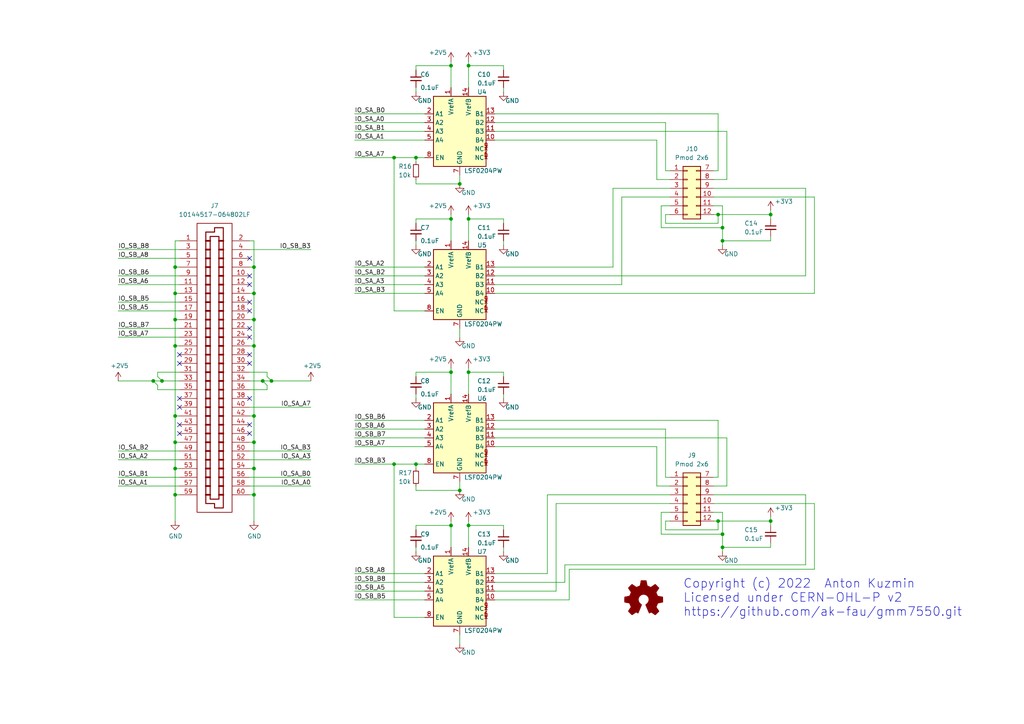
<source format=kicad_sch>
(kicad_sch (version 20211123) (generator eeschema)
  (paper "A4")
  (title_block (title "40-pin GPIO HAT adapter for GMM-7550") (date "2022-03-09") (rev "1.0"))
  (lib_symbols
    (symbol "Amphenol:10144517-061802LF" (pin_names (offset 0.762))
      (property "Reference" "J" (at -1.27 2.54 0))
      (property "Value" "10144517-061802LF" (at -2.54 0 0))
      (symbol "10144517-061802LF_0_0"
        (pin unspecified line (at -10.16 33.02 0) (length 5.08) (name "~") (number "1"))
        (pin unspecified line (at 10.16 22.86 180) (length 5.08) (name "~") (number "10"))
        (pin unspecified line (at -10.16 20.32 0) (length 5.08) (name "~") (number "11"))
        (pin unspecified line (at 10.16 20.32 180) (length 5.08) (name "~") (number "12"))
        (pin unspecified line (at -10.16 17.78 0) (length 5.08) (name "~") (number "13"))
        (pin unspecified line (at 10.16 17.78 180) (length 5.08) (name "~") (number "14"))
        (pin unspecified line (at -10.16 15.24 0) (length 5.08) (name "~") (number "15"))
        (pin unspecified line (at 10.16 15.24 180) (length 5.08) (name "~") (number "16"))
        (pin unspecified line (at -10.16 12.7 0) (length 5.08) (name "~") (number "17"))
        (pin unspecified line (at 10.16 12.7 180) (length 5.08) (name "~") (number "18"))
        (pin unspecified line (at -10.16 10.16 0) (length 5.08) (name "~") (number "19"))
        (pin unspecified line (at 10.16 33.02 180) (length 5.08) (name "~") (number "2"))
        (pin unspecified line (at 10.16 10.16 180) (length 5.08) (name "~") (number "20"))
        (pin unspecified line (at -10.16 7.62 0) (length 5.08) (name "~") (number "21"))
        (pin unspecified line (at 10.16 7.62 180) (length 5.08) (name "~") (number "22"))
        (pin unspecified line (at -10.16 5.08 0) (length 5.08) (name "~") (number "23"))
        (pin unspecified line (at 10.16 5.08 180) (length 5.08) (name "~") (number "24"))
        (pin unspecified line (at -10.16 2.54 0) (length 5.08) (name "~") (number "25"))
        (pin unspecified line (at 10.16 2.54 180) (length 5.08) (name "~") (number "26"))
        (pin unspecified line (at -10.16 0 0) (length 5.08) (name "~") (number "27"))
        (pin unspecified line (at 10.16 0 180) (length 5.08) (name "~") (number "28"))
        (pin unspecified line (at -10.16 -2.54 0) (length 5.08) (name "~") (number "29"))
        (pin unspecified line (at -10.16 30.48 0) (length 5.08) (name "~") (number "3"))
        (pin unspecified line (at 10.16 -2.54 180) (length 5.08) (name "~") (number "30"))
        (pin unspecified line (at -10.16 -5.08 0) (length 5.08) (name "~") (number "31"))
        (pin unspecified line (at 10.16 -5.08 180) (length 5.08) (name "~") (number "32"))
        (pin unspecified line (at -10.16 -7.62 0) (length 5.08) (name "~") (number "33"))
        (pin unspecified line (at 10.16 -7.62 180) (length 5.08) (name "~") (number "34"))
        (pin unspecified line (at -10.16 -10.16 0) (length 5.08) (name "~") (number "35"))
        (pin unspecified line (at 10.16 -10.16 180) (length 5.08) (name "~") (number "36"))
        (pin unspecified line (at -10.16 -12.7 0) (length 5.08) (name "~") (number "37"))
        (pin unspecified line (at 10.16 -12.7 180) (length 5.08) (name "~") (number "38"))
        (pin unspecified line (at -10.16 -15.24 0) (length 5.08) (name "~") (number "39"))
        (pin unspecified line (at 10.16 30.48 180) (length 5.08) (name "~") (number "4"))
        (pin unspecified line (at 10.16 -15.24 180) (length 5.08) (name "~") (number "40"))
        (pin unspecified line (at -10.16 -17.78 0) (length 5.08) (name "~") (number "41"))
        (pin unspecified line (at 10.16 -17.78 180) (length 5.08) (name "~") (number "42"))
        (pin unspecified line (at -10.16 -20.32 0) (length 5.08) (name "~") (number "43"))
        (pin unspecified line (at 10.16 -20.32 180) (length 5.08) (name "~") (number "44"))
        (pin unspecified line (at -10.16 -22.86 0) (length 5.08) (name "~") (number "45"))
        (pin unspecified line (at 10.16 -22.86 180) (length 5.08) (name "~") (number "46"))
        (pin unspecified line (at -10.16 -25.4 0) (length 5.08) (name "~") (number "47"))
        (pin unspecified line (at 10.16 -25.4 180) (length 5.08) (name "~") (number "48"))
        (pin unspecified line (at -10.16 -27.94 0) (length 5.08) (name "~") (number "49"))
        (pin unspecified line (at -10.16 27.94 0) (length 5.08) (name "~") (number "5"))
        (pin unspecified line (at 10.16 -27.94 180) (length 5.08) (name "~") (number "50"))
        (pin unspecified line (at -10.16 -30.48 0) (length 5.08) (name "~") (number "51"))
        (pin unspecified line (at 10.16 -30.48 180) (length 5.08) (name "~") (number "52"))
        (pin unspecified line (at -10.16 -33.02 0) (length 5.08) (name "~") (number "53"))
        (pin unspecified line (at 10.16 -33.02 180) (length 5.08) (name "~") (number "54"))
        (pin unspecified line (at -10.16 -35.56 0) (length 5.08) (name "~") (number "55"))
        (pin unspecified line (at 10.16 -35.56 180) (length 5.08) (name "~") (number "56"))
        (pin unspecified line (at -10.16 -38.1 0) (length 5.08) (name "~") (number "57"))
        (pin unspecified line (at 10.16 -38.1 180) (length 5.08) (name "~") (number "58"))
        (pin unspecified line (at -10.16 -40.64 0) (length 5.08) (name "~") (number "59"))
        (pin unspecified line (at 10.16 27.94 180) (length 5.08) (name "~") (number "6"))
        (pin unspecified line (at 10.16 -40.64 180) (length 5.08) (name "~") (number "60"))
        (pin unspecified line (at -10.16 25.4 0) (length 5.08) (name "~") (number "7"))
        (pin unspecified line (at 10.16 25.4 180) (length 5.08) (name "~") (number "8"))
        (pin unspecified line (at -10.16 22.86 0) (length 5.08) (name "~") (number "9"))
      )
      (symbol "10144517-061802LF_0_1"
        (rectangle (start -5.08 38.1) (end 5.08 -45.72) (stroke (width 0.2032)))
        (rectangle (start -1.27 34.29) (end 1.27 -41.91) (stroke (width 0.3048)))
        (polyline (pts (xy -2.54 10.16) (xy -1.27 10.16)) (stroke (width 0.508)))
        (polyline (pts (xy -2.54 12.7) (xy -1.27 12.7)) (stroke (width 0.508)))
        (polyline (pts (xy -2.54 15.24) (xy -1.27 15.24)) (stroke (width 0.508)))
        (polyline (pts (xy -2.54 17.78) (xy -1.27 17.78)) (stroke (width 0.508)))
        (polyline (pts (xy -2.54 20.32) (xy -1.27 20.32)) (stroke (width 0.508)))
        (polyline (pts (xy -2.54 22.86) (xy -1.27 22.86)) (stroke (width 0.508)))
        (polyline (pts (xy -2.54 25.4) (xy -1.27 25.4)) (stroke (width 0.508)))
        (polyline (pts (xy -2.54 27.94) (xy -1.27 27.94)) (stroke (width 0.508)))
        (polyline (pts (xy -2.54 30.48) (xy -1.27 30.48)) (stroke (width 0.508)))
        (polyline (pts (xy -2.54 33.02) (xy -1.27 33.02)) (stroke (width 0.508)))
        (polyline (pts (xy 1.27 10.16) (xy 2.54 10.16)) (stroke (width 0.508)))
        (polyline (pts (xy 1.27 12.7) (xy 2.54 12.7)) (stroke (width 0.508)))
        (polyline (pts (xy 1.27 15.24) (xy 2.54 15.24)) (stroke (width 0.508)))
        (polyline (pts (xy 1.27 17.78) (xy 2.54 17.78)) (stroke (width 0.508)))
        (polyline (pts (xy 1.27 20.32) (xy 2.54 20.32)) (stroke (width 0.508)))
        (polyline (pts (xy 1.27 22.86) (xy 2.54 22.86)) (stroke (width 0.508)))
        (polyline (pts (xy 1.27 25.4) (xy 2.54 25.4)) (stroke (width 0.508)))
        (polyline (pts (xy 1.27 27.94) (xy 2.54 27.94)) (stroke (width 0.508)))
        (polyline (pts (xy 1.27 30.48) (xy 2.54 30.48)) (stroke (width 0.508)))
        (polyline (pts (xy 1.27 33.02) (xy 2.54 33.02)) (stroke (width 0.508)))
        (polyline (pts (xy -2.54 35.56) (xy 0 35.56) (xy 0 36.83) (xy 2.54 36.83) (xy 2.54 -43.18) (xy 2.54 -44.45) (xy 0 -44.45) (xy 0 -43.18) (xy -2.54 -43.18) (xy -2.54 35.56)) (stroke (width 0.3048)))
      )
      (symbol "10144517-061802LF_1_1"
        (polyline (pts (xy -2.54 -40.64) (xy -1.27 -40.64)) (stroke (width 0.508)))
        (polyline (pts (xy -2.54 -38.1) (xy -1.27 -38.1)) (stroke (width 0.508)))
        (polyline (pts (xy -2.54 -35.56) (xy -1.27 -35.56)) (stroke (width 0.508)))
        (polyline (pts (xy -2.54 -33.02) (xy -1.27 -33.02)) (stroke (width 0.508)))
        (polyline (pts (xy -2.54 -30.48) (xy -1.27 -30.48)) (stroke (width 0.508)))
        (polyline (pts (xy -2.54 -27.94) (xy -1.27 -27.94)) (stroke (width 0.508)))
        (polyline (pts (xy -2.54 -25.4) (xy -1.27 -25.4)) (stroke (width 0.508)))
        (polyline (pts (xy -2.54 -22.86) (xy -1.27 -22.86)) (stroke (width 0.508)))
        (polyline (pts (xy -2.54 -20.32) (xy -1.27 -20.32)) (stroke (width 0.508)))
        (polyline (pts (xy -2.54 -17.78) (xy -1.27 -17.78)) (stroke (width 0.508)))
        (polyline (pts (xy -2.54 -15.24) (xy -1.27 -15.24)) (stroke (width 0.508)))
        (polyline (pts (xy -2.54 -12.7) (xy -1.27 -12.7)) (stroke (width 0.508)))
        (polyline (pts (xy -2.54 -10.16) (xy -1.27 -10.16)) (stroke (width 0.508)))
        (polyline (pts (xy -2.54 -7.62) (xy -1.27 -7.62)) (stroke (width 0.508)))
        (polyline (pts (xy -2.54 -5.08) (xy -1.27 -5.08)) (stroke (width 0.508)))
        (polyline (pts (xy -2.54 -2.54) (xy -1.27 -2.54)) (stroke (width 0.508)))
        (polyline (pts (xy -2.54 0) (xy -1.27 0)) (stroke (width 0.508)))
        (polyline (pts (xy -2.54 2.54) (xy -1.27 2.54)) (stroke (width 0.508)))
        (polyline (pts (xy -2.54 5.08) (xy -1.27 5.08)) (stroke (width 0.508)))
        (polyline (pts (xy -2.54 7.62) (xy -1.27 7.62)) (stroke (width 0.508)))
        (polyline (pts (xy 1.27 -40.64) (xy 2.54 -40.64)) (stroke (width 0.508)))
        (polyline (pts (xy 1.27 -38.1) (xy 2.54 -38.1)) (stroke (width 0.508)))
        (polyline (pts (xy 1.27 -35.56) (xy 2.54 -35.56)) (stroke (width 0.508)))
        (polyline (pts (xy 1.27 -33.02) (xy 2.54 -33.02)) (stroke (width 0.508)))
        (polyline (pts (xy 1.27 -30.48) (xy 2.54 -30.48)) (stroke (width 0.508)))
        (polyline (pts (xy 1.27 -27.94) (xy 2.54 -27.94)) (stroke (width 0.508)))
        (polyline (pts (xy 1.27 -25.4) (xy 2.54 -25.4)) (stroke (width 0.508)))
        (polyline (pts (xy 1.27 -22.86) (xy 2.54 -22.86)) (stroke (width 0.508)))
        (polyline (pts (xy 1.27 -20.32) (xy 2.54 -20.32)) (stroke (width 0.508)))
        (polyline (pts (xy 1.27 -17.78) (xy 2.54 -17.78)) (stroke (width 0.508)))
        (polyline (pts (xy 1.27 -15.24) (xy 2.54 -15.24)) (stroke (width 0.508)))
        (polyline (pts (xy 1.27 -12.7) (xy 2.54 -12.7)) (stroke (width 0.508)))
        (polyline (pts (xy 1.27 -10.16) (xy 2.54 -10.16)) (stroke (width 0.508)))
        (polyline (pts (xy 1.27 -7.62) (xy 2.54 -7.62)) (stroke (width 0.508)))
        (polyline (pts (xy 1.27 -5.08) (xy 2.54 -5.08)) (stroke (width 0.508)))
        (polyline (pts (xy 1.27 -2.54) (xy 2.54 -2.54)) (stroke (width 0.508)))
        (polyline (pts (xy 1.27 0) (xy 2.54 0)) (stroke (width 0.508)))
        (polyline (pts (xy 1.27 2.54) (xy 2.54 2.54)) (stroke (width 0.508)))
        (polyline (pts (xy 1.27 5.08) (xy 2.54 5.08)) (stroke (width 0.508)))
        (polyline (pts (xy 1.27 7.62) (xy 2.54 7.62)) (stroke (width 0.508)))
      )
    )
    (symbol "Connector_Generic:Conn_02x06_Top_Bottom" (pin_names (offset 1.016) hide)
      (property "Reference" "J" (at 1.27 7.62 0))
      (property "Value" "Conn_02x06_Top_Bottom" (at 1.27 -10.16 0))
      (symbol "Conn_02x06_Top_Bottom_1_1"
        (rectangle (start -1.27 -7.493) (end 0 -7.747) (stroke (width 0.1524)))
        (rectangle (start -1.27 -4.953) (end 0 -5.207) (stroke (width 0.1524)))
        (rectangle (start -1.27 -2.413) (end 0 -2.667) (stroke (width 0.1524)))
        (rectangle (start -1.27 0.127) (end 0 -0.127) (stroke (width 0.1524)))
        (rectangle (start -1.27 2.667) (end 0 2.413) (stroke (width 0.1524)))
        (rectangle (start -1.27 5.207) (end 0 4.953) (stroke (width 0.1524)))
        (rectangle (start -1.27 6.35) (end 3.81 -8.89) (stroke (width 0.254)) (fill (type background)))
        (rectangle (start 3.81 -7.493) (end 2.54 -7.747) (stroke (width 0.1524)))
        (rectangle (start 3.81 -4.953) (end 2.54 -5.207) (stroke (width 0.1524)))
        (rectangle (start 3.81 -2.413) (end 2.54 -2.667) (stroke (width 0.1524)))
        (rectangle (start 3.81 0.127) (end 2.54 -0.127) (stroke (width 0.1524)))
        (rectangle (start 3.81 2.667) (end 2.54 2.413) (stroke (width 0.1524)))
        (rectangle (start 3.81 5.207) (end 2.54 4.953) (stroke (width 0.1524)))
        (pin passive line (at -5.08 5.08 0) (length 3.81) (name "Pin_1") (number "1"))
        (pin passive line (at 7.62 -2.54 180) (length 3.81) (name "Pin_10") (number "10"))
        (pin passive line (at 7.62 -5.08 180) (length 3.81) (name "Pin_11") (number "11"))
        (pin passive line (at 7.62 -7.62 180) (length 3.81) (name "Pin_12") (number "12"))
        (pin passive line (at -5.08 2.54 0) (length 3.81) (name "Pin_2") (number "2"))
        (pin passive line (at -5.08 0 0) (length 3.81) (name "Pin_3") (number "3"))
        (pin passive line (at -5.08 -2.54 0) (length 3.81) (name "Pin_4") (number "4"))
        (pin passive line (at -5.08 -5.08 0) (length 3.81) (name "Pin_5") (number "5"))
        (pin passive line (at -5.08 -7.62 0) (length 3.81) (name "Pin_6") (number "6"))
        (pin passive line (at 7.62 5.08 180) (length 3.81) (name "Pin_7") (number "7"))
        (pin passive line (at 7.62 2.54 180) (length 3.81) (name "Pin_8") (number "8"))
        (pin passive line (at 7.62 0 180) (length 3.81) (name "Pin_9") (number "9"))
      )
    )
    (symbol "Device:C_Small" (pin_numbers hide) (pin_names (offset 0.254) hide)
      (property "Reference" "C" (at 0.254 1.778 0))
      (property "Value" "C_Small" (at 0.254 -2.032 0))
      (symbol "C_Small_0_1"
        (polyline (pts (xy -1.524 -0.508) (xy 1.524 -0.508)) (stroke (width 0.3302)))
        (polyline (pts (xy -1.524 0.508) (xy 1.524 0.508)) (stroke (width 0.3048)))
      )
      (symbol "C_Small_1_1"
        (pin passive line (at 0 2.54 270) (length 2.032) (name "~") (number "1"))
        (pin passive line (at 0 -2.54 90) (length 2.032) (name "~") (number "2"))
      )
    )
    (symbol "Device:R_Small" (pin_numbers hide) (pin_names (offset 0.254) hide)
      (property "Reference" "R" (at 0.762 0.508 0))
      (property "Value" "R_Small" (at 0.762 -1.016 0))
      (symbol "R_Small_0_1"
        (rectangle (start -0.762 1.778) (end 0.762 -1.778) (stroke (width 0.2032)))
      )
      (symbol "R_Small_1_1"
        (pin passive line (at 0 2.54 270) (length 0.762) (name "~") (number "1"))
        (pin passive line (at 0 -2.54 90) (length 0.762) (name "~") (number "2"))
      )
    )
    (symbol "Graphic:Logo_Open_Hardware_Small" (pin_names (offset 1.016))
      (symbol "Logo_Open_Hardware_Small_0_1"
        (polyline (pts (xy 3.3528 -4.3434) (xy 3.302 -4.318) (xy 3.175 -4.2418) (xy 2.9972 -4.1148) (xy 2.7686 -3.9624) (xy 2.54 -3.81) (xy 2.3622 -3.7084) (xy 2.2352 -3.6068) (xy 2.1844 -3.5814) (xy 2.159 -3.6068) (xy 2.0574 -3.6576) (xy 1.905 -3.7338) (xy 1.8034 -3.7846) (xy 1.6764 -3.8354) (xy 1.6002 -3.8354) (xy 1.6002 -3.8354) (xy 1.5494 -3.7338) (xy 1.4732 -3.5306) (xy 1.3462 -3.302) (xy 1.2446 -3.0226) (xy 1.1176 -2.7178) (xy 0.9652 -2.413) (xy 0.8636 -2.1082) (xy 0.7366 -1.8288) (xy 0.6604 -1.6256) (xy 0.6096 -1.4732) (xy 0.5842 -1.397) (xy 0.5842 -1.397) (xy 0.6604 -1.3208) (xy 0.7874 -1.2446) (xy 1.0414 -1.016) (xy 1.2954 -0.6858) (xy 1.4478 -0.3302) (xy 1.524 0.0762) (xy 1.4732 0.4572) (xy 1.3208 0.8128) (xy 1.0668 1.143) (xy 0.762 1.3716) (xy 0.4064 1.524) (xy 0 1.5748) (xy -0.381 1.5494) (xy -0.7366 1.397) (xy -1.0668 1.143) (xy -1.2192 0.9906) (xy -1.397 0.6604) (xy -1.524 0.3048) (xy -1.524 0.2286) (xy -1.4986 -0.1778) (xy -1.397 -0.5334) (xy -1.1938 -0.8636) (xy -0.9144 -1.143) (xy -0.8636 -1.1684) (xy -0.7366 -1.27) (xy -0.635 -1.3462) (xy -0.5842 -1.397) (xy -1.0668 -2.5908) (xy -1.143 -2.794) (xy -1.2954 -3.1242) (xy -1.397 -3.4036) (xy -1.4986 -3.6322) (xy -1.5748 -3.7846) (xy -1.6002 -3.8354) (xy -1.6002 -3.8354) (xy -1.651 -3.8354) (xy -1.7272 -3.81) (xy -1.905 -3.7338) (xy -2.0066 -3.683) (xy -2.1336 -3.6068) (xy -2.2098 -3.5814) (xy -2.2606 -3.6068) (xy -2.3622 -3.683) (xy -2.54 -3.81) (xy -2.7686 -3.9624) (xy -2.9718 -4.0894) (xy -3.1496 -4.2164) (xy -3.302 -4.318) (xy -3.3528 -4.3434) (xy -3.3782 -4.3434) (xy -3.429 -4.318) (xy -3.5306 -4.2164) (xy -3.7084 -4.064) (xy -3.937 -3.8354) (xy -3.9624 -3.81) (xy -4.1656 -3.6068) (xy -4.318 -3.4544) (xy -4.4196 -3.3274) (xy -4.445 -3.2766) (xy -4.445 -3.2766) (xy -4.4196 -3.2258) (xy -4.318 -3.0734) (xy -4.2164 -2.8956) (xy -4.064 -2.667) (xy -3.6576 -2.0828) (xy -3.8862 -1.5494) (xy -3.937 -1.3716) (xy -4.0386 -1.1684) (xy -4.0894 -1.0414) (xy -4.1148 -0.9652) (xy -4.191 -0.9398) (xy -4.318 -0.9144) (xy -4.5466 -0.8636) (xy -4.8006 -0.8128) (xy -5.0546 -0.7874) (xy -5.2578 -0.7366) (xy -5.4356 -0.7112) (xy -5.5118 -0.6858) (xy -5.5118 -0.6858) (xy -5.5372 -0.635) (xy -5.5372 -0.5588) (xy -5.5372 -0.4318) (xy -5.5626 -0.2286) (xy -5.5626 0.0762) (xy -5.5626 0.127) (xy -5.5372 0.4064) (xy -5.5372 0.635) (xy -5.5372 0.762) (xy -5.5372 0.8382) (xy -5.5372 0.8382) (xy -5.461 0.8382) (xy -5.3086 0.889) (xy -5.08 0.9144) (xy -4.826 0.9652) (xy -4.8006 0.9906) (xy -4.5466 1.0414) (xy -4.318 1.0668) (xy -4.1656 1.1176) (xy -4.0894 1.143) (xy -4.0894 1.143) (xy -4.0386 1.2446) (xy -3.9624 1.4224) (xy -3.8608 1.6256) (xy -3.7846 1.8288) (xy -3.7084 2.0066) (xy -3.6576 2.159) (xy -3.6322 2.2098) (xy -3.6322 2.2098) (xy -3.683 2.286) (xy -3.7592 2.413) (xy -3.8862 2.5908) (xy -4.064 2.8194) (xy -4.064 2.8448) (xy -4.2164 3.0734) (xy -4.3434 3.2512) (xy -4.4196 3.3782) (xy -4.445 3.4544) (xy -4.445 3.4544) (xy -4.3942 3.5052) (xy -4.2926 3.6322) (xy -4.1148 3.81) (xy -3.937 4.0132) (xy -3.8608 4.064) (xy -3.6576 4.2926) (xy -3.5052 4.4196) (xy -3.4036 4.4958) (xy -3.3528 4.5212) (xy -3.3528 4.5212) (xy -3.302 4.4704) (xy -3.1496 4.3688) (xy -2.9718 4.2418) (xy -2.7432 4.0894) (xy -2.7178 4.0894) (xy -2.4892 3.937) (xy -2.3114 3.81) (xy -2.1844 3.7084) (xy -2.1336 3.683) (xy -2.1082 3.683) (xy -2.032 3.7084) (xy -1.8542 3.7592) (xy -1.6764 3.8354) (xy -1.4732 3.937) (xy -1.27 4.0132) (xy -1.143 4.064) (xy -1.0668 4.1148) (xy -1.0668 4.1148) (xy -1.0414 4.191) (xy -1.016 4.3434) (xy -0.9652 4.572) (xy -0.9144 4.8514) (xy -0.889 4.9022) (xy -0.8382 5.1562) (xy -0.8128 5.3848) (xy -0.7874 5.5372) (xy -0.762 5.588) (xy -0.7112 5.6134) (xy -0.5842 5.6134) (xy -0.4064 5.6134) (xy -0.1524 5.6134) (xy 0.0762 5.6134) (xy 0.3302 5.6134) (xy 0.5334 5.6134) (xy 0.6858 5.588) (xy 0.7366 5.588) (xy 0.7366 5.588) (xy 0.762 5.5118) (xy 0.8128 5.334) (xy 0.8382 5.1054) (xy 0.9144 4.826) (xy 0.9144 4.7752) (xy 0.9652 4.5212) (xy 1.016 4.2926) (xy 1.0414 4.1402) (xy 1.0668 4.0894) (xy 1.0668 4.0894) (xy 1.1938 4.0386) (xy 1.3716 3.9624) (xy 1.5748 3.8608) (xy 2.0828 3.6576) (xy 2.7178 4.0894) (xy 2.7686 4.1402) (xy 2.9972 4.2926) (xy 3.175 4.4196) (xy 3.302 4.4958) (xy 3.3782 4.5212) (xy 3.3782 4.5212) (xy 3.429 4.4704) (xy 3.556 4.3434) (xy 3.7338 4.191) (xy 3.9116 3.9878) (xy 4.064 3.8354) (xy 4.2418 3.6576) (xy 4.3434 3.556) (xy 4.4196 3.4798) (xy 4.4196 3.429) (xy 4.4196 3.4036) (xy 4.3942 3.3274) (xy 4.2926 3.2004) (xy 4.1656 2.9972) (xy 4.0132 2.794) (xy 3.8862 2.5908) (xy 3.7592 2.3876) (xy 3.6576 2.2352) (xy 3.6322 2.159) (xy 3.6322 2.1336) (xy 3.683 2.0066) (xy 3.7592 1.8288) (xy 3.8608 1.6002) (xy 4.064 1.1176) (xy 4.3942 1.0414) (xy 4.5974 1.016) (xy 4.8768 0.9652) (xy 5.1308 0.9144) (xy 5.5372 0.8382) (xy 5.5626 -0.6604) (xy 5.4864 -0.6858) (xy 5.4356 -0.6858) (xy 5.2832 -0.7366) (xy 5.0546 -0.762) (xy 4.8006 -0.8128) (xy 4.5974 -0.8636) (xy 4.3688 -0.9144) (xy 4.2164 -0.9398) (xy 4.1402 -0.9398) (xy 4.1148 -0.9652) (xy 4.064 -1.0668) (xy 3.9878 -1.2446) (xy 3.9116 -1.4478) (xy 3.81 -1.651) (xy 3.7338 -1.8542) (xy 3.683 -2.0066) (xy 3.6576 -2.0828) (xy 3.683 -2.1336) (xy 3.7846 -2.2606) (xy 3.8862 -2.4638) (xy 4.0386 -2.667) (xy 4.191 -2.8956) (xy 4.318 -3.0734) (xy 4.3942 -3.2004) (xy 4.445 -3.2766) (xy 4.4196 -3.3274) (xy 4.3434 -3.429) (xy 4.1656 -3.5814) (xy 3.937 -3.8354) (xy 3.8862 -3.8608) (xy 3.683 -4.064) (xy 3.5306 -4.2164) (xy 3.4036 -4.318) (xy 3.3528 -4.3434)) (fill (type outline)))
      )
    )
    (symbol "hat-gmm7550:LSF0204PW"
      (property "Reference" "U" (at 0 0 0))
      (property "Value" "LSF0204PW" (at 0 0 0))
      (symbol "LSF0204PW_0_1"
        (rectangle (start -7.62 10.16) (end 7.62 -10.16) (stroke (width 0.254)) (fill (type background)))
      )
      (symbol "LSF0204PW_1_1"
        (pin power_in line (at -2.54 12.7 270) (length 2.54) (name "VrefA") (number "1"))
        (pin bidirectional line (at 10.16 -2.54 180) (length 2.54) (name "B4") (number "10"))
        (pin bidirectional line (at 10.16 0 180) (length 2.54) (name "B3") (number "11"))
        (pin bidirectional line (at 10.16 2.54 180) (length 2.54) (name "B2") (number "12"))
        (pin bidirectional line (at 10.16 5.08 180) (length 2.54) (name "B1") (number "13"))
        (pin bidirectional line (at 2.54 12.7 270) (length 2.54) (name "VrefB") (number "14"))
        (pin bidirectional line (at -10.16 5.08 0) (length 2.54) (name "A1") (number "2"))
        (pin bidirectional line (at -10.16 2.54 0) (length 2.54) (name "A2") (number "3"))
        (pin bidirectional line (at -10.16 0 0) (length 2.54) (name "A3") (number "4"))
        (pin bidirectional line (at -10.16 -2.54 0) (length 2.54) (name "A4") (number "5"))
        (pin no_connect line (at 7.62 -7.62 180) (length 0) (name "NC") (number "6"))
        (pin power_in line (at 0 -12.7 90) (length 2.54) (name "GND") (number "7"))
        (pin input line (at -10.16 -7.62 0) (length 2.54) (name "EN") (number "8"))
        (pin no_connect line (at 7.62 -5.08 180) (length 0) (name "NC") (number "9"))
      )
    )
    (symbol "power:+2V5" (power) (pin_names (offset 0))
      (property "Value" "+2V5" (at 0 3.556 0))
      (symbol "+2V5_0_1"
        (polyline (pts (xy -0.762 1.27) (xy 0 2.54)))
        (polyline (pts (xy 0 0) (xy 0 2.54)))
        (polyline (pts (xy 0 2.54) (xy 0.762 1.27)))
      )
      (symbol "+2V5_1_1"
        (pin power_in line (at 0 0 90) (length 0) hide (name "+2V5") (number "1"))
      )
    )
    (symbol "power:+3.3V" (power) (pin_names (offset 0))
      (property "Value" "+3.3V" (at 0 3.556 0))
      (symbol "+3.3V_0_1"
        (polyline (pts (xy -0.762 1.27) (xy 0 2.54)))
        (polyline (pts (xy 0 0) (xy 0 2.54)))
        (polyline (pts (xy 0 2.54) (xy 0.762 1.27)))
      )
      (symbol "+3.3V_1_1"
        (pin power_in line (at 0 0 90) (length 0) hide (name "+3V3") (number "1"))
      )
    )
    (symbol "power:GND" (power) (pin_names (offset 0))
      (property "Value" "GND" (at 0 -3.81 0))
      (symbol "GND_0_1"
        (polyline (pts (xy 0 0) (xy 0 -1.27) (xy 1.27 -1.27) (xy 0 -2.54) (xy -1.27 -1.27) (xy 0 -1.27)))
      )
      (symbol "GND_1_1"
        (pin power_in line (at 0 0 270) (length 0) hide (name "GND") (number "1"))
      )
    )
  )
  (junction (at 120.65 45.72))
  (junction (at 133.35 53.34))
  (junction (at 46.99 110.49))
  (junction (at 73.66 120.65))
  (junction (at 114.3 134.62))
  (junction (at 223.52 62.23))
  (junction (at 114.3 45.72))
  (junction (at 50.8 85.09))
  (junction (at 50.8 143.51))
  (junction (at 120.65 134.62))
  (junction (at 73.66 128.27))
  (junction (at 73.66 143.51))
  (junction (at 209.55 154.94))
  (junction (at 130.81 63.5))
  (junction (at 73.66 85.09))
  (junction (at 50.8 92.71))
  (junction (at 209.55 66.04))
  (junction (at 44.45 110.49))
  (junction (at 130.81 152.4))
  (junction (at 73.66 77.47))
  (junction (at 130.81 107.95))
  (junction (at 135.89 152.4))
  (junction (at 135.89 19.05))
  (junction (at 135.89 63.5))
  (junction (at 208.28 62.23))
  (junction (at 78.74 110.49))
  (junction (at 135.89 107.95))
  (junction (at 50.8 128.27))
  (junction (at 73.66 92.71))
  (junction (at 73.66 135.89))
  (junction (at 50.8 120.65))
  (junction (at 209.55 158.75))
  (junction (at 76.2 110.49))
  (junction (at 73.66 100.33))
  (junction (at 209.55 69.85))
  (junction (at 50.8 135.89))
  (junction (at 133.35 142.24))
  (junction (at 223.52 151.13))
  (junction (at 50.8 77.47))
  (junction (at 50.8 100.33))
  (junction (at 130.81 19.05))
  (junction (at 208.28 151.13))
  (no_connect (at 72.39 80.01))
  (no_connect (at 72.39 82.55))
  (no_connect (at 72.39 87.63))
  (no_connect (at 72.39 90.17))
  (no_connect (at 72.39 95.25))
  (no_connect (at 72.39 97.79))
  (no_connect (at 52.07 123.19))
  (no_connect (at 52.07 125.73))
  (no_connect (at 52.07 115.57))
  (no_connect (at 52.07 102.87))
  (no_connect (at 52.07 105.41))
  (no_connect (at 72.39 74.93))
  (no_connect (at 72.39 102.87))
  (no_connect (at 72.39 123.19))
  (no_connect (at 72.39 125.73))
  (no_connect (at 72.39 105.41))
  (no_connect (at 52.07 118.11))
  (no_connect (at 72.39 115.57))
  (wire (pts (xy 209.55 69.85) (xy 209.55 71.12)))
  (wire (pts (xy 50.8 143.51) (xy 50.8 151.13)))
  (wire (pts (xy 163.83 163.83) (xy 233.68 163.83)))
  (wire (pts (xy 208.28 151.13) (xy 223.52 151.13)))
  (wire (pts (xy 193.04 49.53) (xy 194.31 49.53)))
  (wire (pts (xy 208.28 49.53) (xy 207.01 49.53)))
  (wire (pts (xy 102.87 171.45) (xy 123.19 171.45)))
  (wire (pts (xy 73.66 85.09) (xy 73.66 92.71)))
  (wire (pts (xy 143.51 166.37) (xy 158.75 166.37)))
  (wire (pts (xy 143.51 168.91) (xy 163.83 168.91)))
  (wire (pts (xy 72.39 135.89) (xy 73.66 135.89)))
  (wire (pts (xy 72.39 143.51) (xy 73.66 143.51)))
  (wire (pts (xy 209.55 158.75) (xy 209.55 160.02)))
  (wire (pts (xy 143.51 35.56) (xy 193.04 35.56)))
  (wire (pts (xy 52.07 85.09) (xy 50.8 85.09)))
  (wire (pts (xy 102.87 121.92) (xy 123.19 121.92)))
  (wire (pts (xy 120.65 152.4) (xy 120.65 153.67)))
  (wire (pts (xy 102.87 45.72) (xy 114.3 45.72)))
  (wire (pts (xy 102.87 35.56) (xy 123.19 35.56)))
  (wire (pts (xy 143.51 80.01) (xy 233.68 80.01)))
  (wire (pts (xy 102.87 127) (xy 123.19 127)))
  (wire (pts (xy 120.65 135.89) (xy 120.65 134.62)))
  (wire (pts (xy 120.65 53.34) (xy 133.35 53.34)))
  (wire (pts (xy 52.07 92.71) (xy 50.8 92.71)))
  (wire (pts (xy 130.81 19.05) (xy 120.65 19.05)))
  (wire (pts (xy 130.81 62.23) (xy 130.81 63.5)))
  (wire (pts (xy 193.04 64.77) (xy 208.28 64.77)))
  (wire (pts (xy 209.55 59.69) (xy 207.01 59.69)))
  (wire (pts (xy 223.52 68.58) (xy 223.52 69.85)))
  (wire (pts (xy 233.68 54.61) (xy 207.01 54.61)))
  (wire (pts (xy 133.35 95.25) (xy 133.35 97.79)))
  (wire (pts (xy 135.89 106.68) (xy 135.89 107.95)))
  (wire (pts (xy 34.29 90.17) (xy 52.07 90.17)))
  (wire (pts (xy 52.07 120.65) (xy 50.8 120.65)))
  (wire (pts (xy 135.89 152.4) (xy 146.05 152.4)))
  (wire (pts (xy 72.39 140.97) (xy 90.17 140.97)))
  (wire (pts (xy 130.81 63.5) (xy 120.65 63.5)))
  (wire (pts (xy 73.66 69.85) (xy 73.66 77.47)))
  (wire (pts (xy 223.52 158.75) (xy 209.55 158.75)))
  (wire (pts (xy 193.04 153.67) (xy 208.28 153.67)))
  (wire (pts (xy 130.81 107.95) (xy 120.65 107.95)))
  (wire (pts (xy 143.51 82.55) (xy 180.34 82.55)))
  (wire (pts (xy 72.39 77.47) (xy 73.66 77.47)))
  (wire (pts (xy 236.22 165.1) (xy 236.22 146.05)))
  (wire (pts (xy 133.35 50.8) (xy 133.35 53.34)))
  (wire (pts (xy 210.82 140.97) (xy 207.01 140.97)))
  (wire (pts (xy 45.72 107.95) (xy 45.72 109.22)))
  (wire (pts (xy 73.66 143.51) (xy 73.66 151.13)))
  (wire (pts (xy 135.89 63.5) (xy 146.05 63.5)))
  (wire (pts (xy 233.68 163.83) (xy 233.68 143.51)))
  (wire (pts (xy 34.29 130.81) (xy 52.07 130.81)))
  (wire (pts (xy 90.17 72.39) (xy 72.39 72.39)))
  (wire (pts (xy 114.3 134.62) (xy 120.65 134.62)))
  (wire (pts (xy 50.8 77.47) (xy 50.8 85.09)))
  (wire (pts (xy 50.8 135.89) (xy 50.8 143.51)))
  (wire (pts (xy 34.29 74.93) (xy 52.07 74.93)))
  (wire (pts (xy 223.52 62.23) (xy 223.52 63.5)))
  (wire (pts (xy 143.51 171.45) (xy 161.29 171.45)))
  (wire (pts (xy 130.81 151.13) (xy 130.81 152.4)))
  (wire (pts (xy 194.31 62.23) (xy 193.04 62.23)))
  (wire (pts (xy 102.87 82.55) (xy 123.19 82.55)))
  (wire (pts (xy 233.68 80.01) (xy 233.68 54.61)))
  (wire (pts (xy 120.65 114.3) (xy 120.65 115.57)))
  (wire (pts (xy 191.77 66.04) (xy 209.55 66.04)))
  (wire (pts (xy 114.3 90.17) (xy 123.19 90.17)))
  (wire (pts (xy 236.22 57.15) (xy 207.01 57.15)))
  (wire (pts (xy 73.66 128.27) (xy 73.66 135.89)))
  (wire (pts (xy 146.05 107.95) (xy 146.05 109.22)))
  (wire (pts (xy 223.52 157.48) (xy 223.52 158.75)))
  (wire (pts (xy 210.82 52.07) (xy 207.01 52.07)))
  (wire (pts (xy 233.68 143.51) (xy 207.01 143.51)))
  (wire (pts (xy 72.39 92.71) (xy 73.66 92.71)))
  (wire (pts (xy 223.52 149.86) (xy 223.52 151.13)))
  (wire (pts (xy 102.87 77.47) (xy 123.19 77.47)))
  (wire (pts (xy 210.82 38.1) (xy 210.82 52.07)))
  (wire (pts (xy 143.51 40.64) (xy 190.5 40.64)))
  (wire (pts (xy 193.04 124.46) (xy 193.04 138.43)))
  (wire (pts (xy 52.07 135.89) (xy 50.8 135.89)))
  (wire (pts (xy 194.31 148.59) (xy 191.77 148.59)))
  (wire (pts (xy 78.74 110.49) (xy 90.17 110.49)))
  (wire (pts (xy 34.29 87.63) (xy 52.07 87.63)))
  (wire (pts (xy 146.05 63.5) (xy 146.05 64.77)))
  (wire (pts (xy 143.51 33.02) (xy 208.28 33.02)))
  (wire (pts (xy 207.01 151.13) (xy 208.28 151.13)))
  (wire (pts (xy 120.65 25.4) (xy 120.65 26.67)))
  (wire (pts (xy 50.8 92.71) (xy 50.8 100.33)))
  (wire (pts (xy 146.05 69.85) (xy 146.05 71.12)))
  (wire (pts (xy 50.8 69.85) (xy 50.8 77.47)))
  (wire (pts (xy 34.29 72.39) (xy 52.07 72.39)))
  (wire (pts (xy 130.81 158.75) (xy 130.81 152.4)))
  (wire (pts (xy 34.29 133.35) (xy 52.07 133.35)))
  (wire (pts (xy 34.29 97.79) (xy 52.07 97.79)))
  (wire (pts (xy 130.81 17.78) (xy 130.81 19.05)))
  (wire (pts (xy 135.89 69.85) (xy 135.89 63.5)))
  (wire (pts (xy 72.39 69.85) (xy 73.66 69.85)))
  (wire (pts (xy 52.07 69.85) (xy 50.8 69.85)))
  (wire (pts (xy 45.72 113.03) (xy 45.72 111.76)))
  (wire (pts (xy 45.72 113.03) (xy 52.07 113.03)))
  (wire (pts (xy 133.35 184.15) (xy 133.35 186.69)))
  (wire (pts (xy 72.39 113.03) (xy 77.47 113.03)))
  (wire (pts (xy 193.04 151.13) (xy 193.04 153.67)))
  (wire (pts (xy 133.35 139.7) (xy 133.35 142.24)))
  (wire (pts (xy 73.66 77.47) (xy 73.66 85.09)))
  (wire (pts (xy 34.29 138.43) (xy 52.07 138.43)))
  (wire (pts (xy 146.05 152.4) (xy 146.05 153.67)))
  (wire (pts (xy 190.5 129.54) (xy 190.5 140.97)))
  (wire (pts (xy 143.51 77.47) (xy 177.8 77.47)))
  (wire (pts (xy 72.39 118.11) (xy 90.17 118.11)))
  (wire (pts (xy 52.07 128.27) (xy 50.8 128.27)))
  (wire (pts (xy 102.87 38.1) (xy 123.19 38.1)))
  (wire (pts (xy 223.52 151.13) (xy 223.52 152.4)))
  (wire (pts (xy 72.39 128.27) (xy 73.66 128.27)))
  (wire (pts (xy 210.82 127) (xy 210.82 140.97)))
  (wire (pts (xy 102.87 124.46) (xy 123.19 124.46)))
  (wire (pts (xy 143.51 121.92) (xy 208.28 121.92)))
  (wire (pts (xy 143.51 129.54) (xy 190.5 129.54)))
  (wire (pts (xy 130.81 106.68) (xy 130.81 107.95)))
  (wire (pts (xy 146.05 25.4) (xy 146.05 26.67)))
  (wire (pts (xy 236.22 85.09) (xy 236.22 57.15)))
  (wire (pts (xy 73.66 100.33) (xy 73.66 120.65)))
  (wire (pts (xy 72.39 120.65) (xy 73.66 120.65)))
  (wire (pts (xy 120.65 140.97) (xy 120.65 142.24)))
  (wire (pts (xy 114.3 45.72) (xy 120.65 45.72)))
  (wire (pts (xy 72.39 85.09) (xy 73.66 85.09)))
  (wire (pts (xy 45.72 111.76) (xy 44.45 110.49)))
  (wire (pts (xy 135.89 151.13) (xy 135.89 152.4)))
  (wire (pts (xy 208.28 121.92) (xy 208.28 138.43)))
  (wire (pts (xy 135.89 158.75) (xy 135.89 152.4)))
  (wire (pts (xy 50.8 85.09) (xy 50.8 92.71)))
  (wire (pts (xy 135.89 114.3) (xy 135.89 107.95)))
  (wire (pts (xy 158.75 166.37) (xy 158.75 143.51)))
  (wire (pts (xy 102.87 85.09) (xy 123.19 85.09)))
  (wire (pts (xy 190.5 40.64) (xy 190.5 52.07)))
  (wire (pts (xy 208.28 62.23) (xy 223.52 62.23)))
  (wire (pts (xy 102.87 33.02) (xy 123.19 33.02)))
  (wire (pts (xy 223.52 60.96) (xy 223.52 62.23)))
  (wire (pts (xy 77.47 111.76) (xy 76.2 110.49)))
  (wire (pts (xy 120.65 52.07) (xy 120.65 53.34)))
  (wire (pts (xy 191.77 59.69) (xy 191.77 66.04)))
  (wire (pts (xy 190.5 52.07) (xy 194.31 52.07)))
  (wire (pts (xy 135.89 19.05) (xy 146.05 19.05)))
  (wire (pts (xy 143.51 173.99) (xy 165.1 173.99)))
  (wire (pts (xy 236.22 146.05) (xy 207.01 146.05)))
  (wire (pts (xy 72.39 100.33) (xy 73.66 100.33)))
  (wire (pts (xy 120.65 158.75) (xy 120.65 160.02)))
  (wire (pts (xy 120.65 142.24) (xy 133.35 142.24)))
  (wire (pts (xy 52.07 77.47) (xy 50.8 77.47)))
  (wire (pts (xy 120.65 19.05) (xy 120.65 20.32)))
  (wire (pts (xy 102.87 40.64) (xy 123.19 40.64)))
  (wire (pts (xy 114.3 179.07) (xy 114.3 134.62)))
  (wire (pts (xy 72.39 110.49) (xy 76.2 110.49)))
  (wire (pts (xy 34.29 140.97) (xy 52.07 140.97)))
  (wire (pts (xy 146.05 19.05) (xy 146.05 20.32)))
  (wire (pts (xy 102.87 166.37) (xy 123.19 166.37)))
  (wire (pts (xy 102.87 129.54) (xy 123.19 129.54)))
  (wire (pts (xy 208.28 64.77) (xy 208.28 62.23)))
  (wire (pts (xy 207.01 62.23) (xy 208.28 62.23)))
  (wire (pts (xy 44.45 110.49) (xy 46.99 110.49)))
  (wire (pts (xy 146.05 114.3) (xy 146.05 115.57)))
  (wire (pts (xy 102.87 80.01) (xy 123.19 80.01)))
  (wire (pts (xy 73.66 120.65) (xy 73.66 128.27)))
  (wire (pts (xy 135.89 25.4) (xy 135.89 19.05)))
  (wire (pts (xy 180.34 57.15) (xy 194.31 57.15)))
  (wire (pts (xy 161.29 146.05) (xy 194.31 146.05)))
  (wire (pts (xy 52.07 100.33) (xy 50.8 100.33)))
  (wire (pts (xy 135.89 107.95) (xy 146.05 107.95)))
  (wire (pts (xy 34.29 82.55) (xy 52.07 82.55)))
  (wire (pts (xy 46.99 110.49) (xy 52.07 110.49)))
  (wire (pts (xy 143.51 127) (xy 210.82 127)))
  (wire (pts (xy 194.31 59.69) (xy 191.77 59.69)))
  (wire (pts (xy 77.47 107.95) (xy 77.47 109.22)))
  (wire (pts (xy 193.04 62.23) (xy 193.04 64.77)))
  (wire (pts (xy 163.83 168.91) (xy 163.83 163.83)))
  (wire (pts (xy 209.55 69.85) (xy 209.55 66.04)))
  (wire (pts (xy 72.39 138.43) (xy 90.17 138.43)))
  (wire (pts (xy 191.77 148.59) (xy 191.77 154.94)))
  (wire (pts (xy 130.81 69.85) (xy 130.81 63.5)))
  (wire (pts (xy 143.51 85.09) (xy 236.22 85.09)))
  (wire (pts (xy 50.8 128.27) (xy 50.8 135.89)))
  (wire (pts (xy 193.04 138.43) (xy 194.31 138.43)))
  (wire (pts (xy 146.05 158.75) (xy 146.05 160.02)))
  (wire (pts (xy 72.39 107.95) (xy 77.47 107.95)))
  (wire (pts (xy 193.04 35.56) (xy 193.04 49.53)))
  (wire (pts (xy 120.65 107.95) (xy 120.65 109.22)))
  (wire (pts (xy 177.8 54.61) (xy 194.31 54.61)))
  (wire (pts (xy 180.34 82.55) (xy 180.34 57.15)))
  (wire (pts (xy 102.87 168.91) (xy 123.19 168.91)))
  (wire (pts (xy 209.55 158.75) (xy 209.55 154.94)))
  (wire (pts (xy 52.07 143.51) (xy 50.8 143.51)))
  (wire (pts (xy 130.81 152.4) (xy 120.65 152.4)))
  (wire (pts (xy 194.31 151.13) (xy 193.04 151.13)))
  (wire (pts (xy 45.72 107.95) (xy 52.07 107.95)))
  (wire (pts (xy 177.8 77.47) (xy 177.8 54.61)))
  (wire (pts (xy 158.75 143.51) (xy 194.31 143.51)))
  (wire (pts (xy 165.1 173.99) (xy 165.1 165.1)))
  (wire (pts (xy 191.77 154.94) (xy 209.55 154.94)))
  (wire (pts (xy 34.29 95.25) (xy 52.07 95.25)))
  (wire (pts (xy 77.47 109.22) (xy 78.74 110.49)))
  (wire (pts (xy 143.51 124.46) (xy 193.04 124.46)))
  (wire (pts (xy 135.89 17.78) (xy 135.89 19.05)))
  (wire (pts (xy 114.3 90.17) (xy 114.3 45.72)))
  (wire (pts (xy 114.3 179.07) (xy 123.19 179.07)))
  (wire (pts (xy 130.81 114.3) (xy 130.81 107.95)))
  (wire (pts (xy 120.65 69.85) (xy 120.65 71.12)))
  (wire (pts (xy 208.28 33.02) (xy 208.28 49.53)))
  (wire (pts (xy 135.89 62.23) (xy 135.89 63.5)))
  (wire (pts (xy 209.55 148.59) (xy 207.01 148.59)))
  (wire (pts (xy 209.55 154.94) (xy 209.55 148.59)))
  (wire (pts (xy 190.5 140.97) (xy 194.31 140.97)))
  (wire (pts (xy 73.66 92.71) (xy 73.66 100.33)))
  (wire (pts (xy 120.65 46.99) (xy 120.65 45.72)))
  (wire (pts (xy 77.47 113.03) (xy 77.47 111.76)))
  (wire (pts (xy 130.81 25.4) (xy 130.81 19.05)))
  (wire (pts (xy 120.65 63.5) (xy 120.65 64.77)))
  (wire (pts (xy 120.65 134.62) (xy 123.19 134.62)))
  (wire (pts (xy 76.2 110.49) (xy 78.74 110.49)))
  (wire (pts (xy 73.66 135.89) (xy 73.66 143.51)))
  (wire (pts (xy 165.1 165.1) (xy 236.22 165.1)))
  (wire (pts (xy 209.55 66.04) (xy 209.55 59.69)))
  (wire (pts (xy 161.29 171.45) (xy 161.29 146.05)))
  (wire (pts (xy 223.52 69.85) (xy 209.55 69.85)))
  (wire (pts (xy 45.72 109.22) (xy 46.99 110.49)))
  (wire (pts (xy 72.39 130.81) (xy 90.17 130.81)))
  (wire (pts (xy 50.8 120.65) (xy 50.8 128.27)))
  (wire (pts (xy 34.29 110.49) (xy 44.45 110.49)))
  (wire (pts (xy 208.28 153.67) (xy 208.28 151.13)))
  (wire (pts (xy 143.51 38.1) (xy 210.82 38.1)))
  (wire (pts (xy 50.8 100.33) (xy 50.8 120.65)))
  (wire (pts (xy 102.87 134.62) (xy 114.3 134.62)))
  (wire (pts (xy 102.87 173.99) (xy 123.19 173.99)))
  (wire (pts (xy 90.17 133.35) (xy 72.39 133.35)))
  (wire (pts (xy 34.29 80.01) (xy 52.07 80.01)))
  (wire (pts (xy 120.65 45.72) (xy 123.19 45.72)))
  (wire (pts (xy 208.28 138.43) (xy 207.01 138.43)))
  (text "Copyright (c) 2022  Anton Kuzmin\nLicensed under CERN-OHL-P v2\nhttps://github.com/ak-fau/gmm7550.git" (at 198.12 179.07 0) (effects (font (size 2.54 2.54)) (justify left bottom)))
  (label "IO_SB_A6" (at 102.87 124.46 0))
  (label "IO_SA_B1" (at 102.87 38.1 0))
  (label "IO_SB_B3" (at 102.87 134.62 0))
  (label "IO_SB_B7" (at 102.87 127 0))
  (label "IO_SB_A6" (at 34.29 82.55 0))
  (label "IO_SA_B3" (at 102.87 85.09 0))
  (label "IO_SB_A8" (at 34.29 74.93 0))
  (label "IO_SB_B5" (at 34.29 87.63 0))
  (label "IO_SB_B7" (at 34.29 95.25 0))
  (label "IO_SB_A5" (at 102.87 171.45 0))
  (label "IO_SA_A0" (at 102.87 35.56 0))
  (label "IO_SB_A8" (at 102.87 166.37 0))
  (label "IO_SB_B6" (at 34.29 80.01 0))
  (label "IO_SB_B8" (at 34.29 72.39 0))
  (label "IO_SA_A1" (at 34.29 140.97 0))
  (label "IO_SA_B0" (at 90.17 138.43 180))
  (label "IO_SA_B3" (at 90.17 130.81 180))
  (label "IO_SA_B2" (at 102.87 80.01 0))
  (label "IO_SA_A2" (at 34.29 133.35 0))
  (label "IO_SB_A7" (at 34.29 97.79 0))
  (label "IO_SB_B6" (at 102.87 121.92 0))
  (label "IO_SB_B5" (at 102.87 173.99 0))
  (label "IO_SB_A7" (at 102.87 129.54 0))
  (label "IO_SA_B2" (at 34.29 130.81 0))
  (label "IO_SA_A0" (at 90.17 140.97 180))
  (label "IO_SA_A2" (at 102.87 77.47 0))
  (label "IO_SA_A7" (at 102.87 45.72 0))
  (label "IO_SB_B3" (at 90.17 72.39 180))
  (label "IO_SA_A3" (at 102.87 82.55 0))
  (label "IO_SA_A1" (at 102.87 40.64 0))
  (label "IO_SA_A3" (at 90.17 133.35 180))
  (label "IO_SB_A5" (at 34.29 90.17 0))
  (label "IO_SA_A7" (at 90.17 118.11 180))
  (label "IO_SA_B1" (at 34.29 138.43 0))
  (label "IO_SB_B8" (at 102.87 168.91 0))
  (label "IO_SA_B0" (at 102.87 33.02 0))
  (symbol (lib_id "power:GND") (at 73.66 151.13 0) (unit 1)
    (property "Reference" "#PWR037" (effects hide))
    (property "Value" "GND" (at 73.787 155.5242 0))
  )
  (symbol (lib_id "power:GND") (at 146.05 26.67 0) (unit 1)
    (property "Reference" "#PWR0120" (effects hide))
    (property "Value" "GND" (at 148.59 29.21 0))
  )
  (symbol (lib_id "power:+3.3V") (at 223.52 149.86 0) (unit 1)
    (property "Reference" "#PWR0128" (effects hide))
    (property "Value" "+3.3V" (at 227.33 147.32 0))
  )
  (symbol (lib_id "power:+2V5") (at 130.81 151.13 0) (unit 1)
    (property "Reference" "#PWR0114" (effects hide))
    (property "Value" "+2V5" (at 127 148.59 0))
  )
  (symbol (lib_id "Device:C_Small") (at 120.65 111.76 0) (unit 1)
    (property "Reference" "C8" (at 121.92 110.49 0) (effects (justify left)))
    (property "Value" "0.1uF" (at 121.92 114.3 0) (effects (justify left)))
    (property "Footprint" "Capacitor_SMD:C_0603_1608Metric" (effects hide))
  )
  (symbol (lib_id "Device:C_Small") (at 146.05 67.31 0) (unit 1)
    (property "Reference" "C11" (at 138.43 66.04 0) (effects (justify left)))
    (property "Value" "0.1uF" (at 138.43 68.58 0) (effects (justify left)))
    (property "Footprint" "Capacitor_SMD:C_0603_1608Metric" (effects hide))
  )
  (symbol (lib_id "power:GND") (at 209.55 71.12 0) (unit 1)
    (property "Reference" "#PWR0131" (effects hide))
    (property "Value" "GND" (at 212.09 73.66 0))
  )
  (symbol (lib_id "power:+2V5") (at 130.81 106.68 0) (unit 1)
    (property "Reference" "#PWR0124" (effects hide))
    (property "Value" "+2V5" (at 127 104.14 0))
  )
  (symbol (lib_id "power:GND") (at 50.8 151.13 0) (unit 1)
    (property "Reference" "#PWR036" (effects hide))
    (property "Value" "GND" (at 50.927 155.5242 0))
  )
  (symbol (lib_id "hat-gmm7550:LSF0204PW") (at 133.35 127 0) (unit 1)
    (property "Reference" "U6" (at 138.43 115.57 0) (effects (justify left)))
    (property "Value" "LSF0204PW" (at 134.62 138.43 0) (effects (justify left)))
    (property "Footprint" "Package_SO:TSSOP-14_4.4x5mm_P0.65mm" (effects hide))
  )
  (symbol (lib_id "power:+3.3V") (at 135.89 151.13 0) (unit 1)
    (property "Reference" "#PWR0116" (effects hide))
    (property "Value" "+3.3V" (at 139.7 148.59 0))
  )
  (symbol (lib_id "power:GND") (at 133.35 142.24 0) (unit 1)
    (property "Reference" "#PWR0113" (effects hide))
    (property "Value" "GND" (at 135.89 144.78 0))
  )
  (symbol (lib_id "power:GND") (at 146.05 71.12 0) (unit 1)
    (property "Reference" "#PWR0130" (effects hide))
    (property "Value" "GND" (at 148.59 73.66 0))
  )
  (symbol (lib_id "Connector_Generic:Conn_02x06_Top_Bottom") (at 199.39 54.61 0) (unit 1)
    (property "Reference" "J10" (at 200.66 43.18 0))
    (property "Value" "Pmod 2x6" (at 200.66 45.72 0))
    (property "Footprint" "Pmod:PmodSocket_2x06_P2.54mm_Horizontal" (effects hide))
  )
  (symbol (lib_id "hat-gmm7550:LSF0204PW") (at 133.35 82.55 0) (unit 1)
    (property "Reference" "U5" (at 138.43 71.12 0) (effects (justify left)))
    (property "Value" "LSF0204PW" (at 134.62 93.98 0) (effects (justify left)))
    (property "Footprint" "Package_SO:TSSOP-14_4.4x5mm_P0.65mm" (effects hide))
  )
  (symbol (lib_id "power:GND") (at 133.35 97.79 0) (unit 1)
    (property "Reference" "#PWR0123" (effects hide))
    (property "Value" "GND" (at 135.89 100.33 0))
  )
  (symbol (lib_id "power:GND") (at 120.65 26.67 0) (unit 1)
    (property "Reference" "#PWR0121" (effects hide))
    (property "Value" "GND" (at 123.19 29.21 0))
  )
  (symbol (lib_id "power:GND") (at 146.05 160.02 0) (unit 1)
    (property "Reference" "#PWR0118" (effects hide))
    (property "Value" "GND" (at 148.59 162.56 0))
  )
  (symbol (lib_id "power:GND") (at 133.35 53.34 0) (unit 1)
    (property "Reference" "#PWR0111" (effects hide))
    (property "Value" "GND" (at 135.89 55.88 0))
  )
  (symbol (lib_id "Graphic:Logo_Open_Hardware_Small") (at 186.69 173.99 0) (unit 1)
    (property "Reference" "#LOGO3" (effects hide))
    (property "Value" "Logo_Open_Hardware_Small" (effects hide))
  )
  (symbol (lib_id "power:GND") (at 209.55 160.02 0) (unit 1)
    (property "Reference" "#PWR0129" (effects hide))
    (property "Value" "GND" (at 212.09 162.56 0))
  )
  (symbol (lib_id "power:+2V5") (at 130.81 62.23 0) (unit 1)
    (property "Reference" "#PWR0109" (effects hide))
    (property "Value" "+2V5" (at 127 59.69 0))
  )
  (symbol (lib_id "power:+3.3V") (at 135.89 106.68 0) (unit 1)
    (property "Reference" "#PWR0125" (effects hide))
    (property "Value" "+3.3V" (at 139.7 104.14 0))
  )
  (symbol (lib_id "Device:C_Small") (at 146.05 111.76 0) (unit 1)
    (property "Reference" "C12" (at 138.43 110.49 0) (effects (justify left)))
    (property "Value" "0.1uF" (at 138.43 113.03 0) (effects (justify left)))
    (property "Footprint" "Capacitor_SMD:C_0603_1608Metric" (effects hide))
  )
  (symbol (lib_id "power:GND") (at 133.35 186.69 0) (unit 1)
    (property "Reference" "#PWR0115" (effects hide))
    (property "Value" "GND" (at 135.89 189.23 0))
  )
  (symbol (lib_id "Device:C_Small") (at 120.65 67.31 0) (unit 1)
    (property "Reference" "C7" (at 121.92 66.04 0) (effects (justify left)))
    (property "Value" "0.1uF" (at 121.92 69.85 0) (effects (justify left)))
    (property "Footprint" "Capacitor_SMD:C_0603_1608Metric" (effects hide))
  )
  (symbol (lib_id "hat-gmm7550:LSF0204PW") (at 133.35 38.1 0) (unit 1)
    (property "Reference" "U4" (at 138.43 26.67 0) (effects (justify left)))
    (property "Value" "LSF0204PW" (at 134.62 49.53 0) (effects (justify left)))
    (property "Footprint" "Package_SO:TSSOP-14_4.4x5mm_P0.65mm" (effects hide))
  )
  (symbol (lib_id "Connector_Generic:Conn_02x06_Top_Bottom") (at 199.39 143.51 0) (unit 1)
    (property "Reference" "J9" (at 200.66 132.08 0))
    (property "Value" "Pmod 2x6" (at 200.66 134.62 0))
    (property "Footprint" "Pmod:PmodSocket_2x06_P2.54mm_Horizontal" (effects hide))
  )
  (symbol (lib_id "Device:C_Small") (at 146.05 22.86 0) (unit 1)
    (property "Reference" "C10" (at 138.43 21.59 0) (effects (justify left)))
    (property "Value" "0.1uF" (at 138.43 24.13 0) (effects (justify left)))
    (property "Footprint" "Capacitor_SMD:C_0603_1608Metric" (effects hide))
  )
  (symbol (lib_id "power:GND") (at 120.65 71.12 0) (unit 1)
    (property "Reference" "#PWR0112" (effects hide))
    (property "Value" "GND" (at 123.19 73.66 0))
  )
  (symbol (lib_id "power:+3.3V") (at 223.52 60.96 0) (unit 1)
    (property "Reference" "#PWR0132" (effects hide))
    (property "Value" "+3.3V" (at 227.33 58.42 0))
  )
  (symbol (lib_id "power:GND") (at 146.05 115.57 0) (unit 1)
    (property "Reference" "#PWR0127" (effects hide))
    (property "Value" "GND" (at 148.59 118.11 0))
  )
  (symbol (lib_id "power:+2V5") (at 90.17 110.49 0) (unit 1)
    (property "Reference" "#PWR038" (effects hide))
    (property "Value" "+2V5" (at 90.551 106.0958 0))
  )
  (symbol (lib_id "Device:C_Small") (at 120.65 22.86 0) (unit 1)
    (property "Reference" "C6" (at 121.92 21.59 0) (effects (justify left)))
    (property "Value" "0.1uF" (at 121.92 25.4 0) (effects (justify left)))
    (property "Footprint" "Capacitor_SMD:C_0603_1608Metric" (effects hide))
  )
  (symbol (lib_id "power:+2V5") (at 34.29 110.49 0) (unit 1)
    (property "Reference" "#PWR035" (effects hide))
    (property "Value" "+2V5" (at 34.671 106.0958 0))
  )
  (symbol (lib_id "power:+3.3V") (at 135.89 62.23 0) (unit 1)
    (property "Reference" "#PWR0110" (effects hide))
    (property "Value" "+3.3V" (at 139.7 59.69 0))
  )
  (symbol (lib_id "Device:C_Small") (at 120.65 156.21 0) (unit 1)
    (property "Reference" "C9" (at 121.92 154.94 0) (effects (justify left)))
    (property "Value" "0.1uF" (at 121.92 158.75 0) (effects (justify left)))
    (property "Footprint" "Capacitor_SMD:C_0603_1608Metric" (effects hide))
  )
  (symbol (lib_id "power:GND") (at 120.65 160.02 0) (unit 1)
    (property "Reference" "#PWR0117" (effects hide))
    (property "Value" "GND" (at 123.19 162.56 0))
  )
  (symbol (lib_id "Amphenol:10144517-061802LF") (at 62.23 102.87 0) (unit 1)
    (property "Reference" "J7" (at 62.23 59.69 0))
    (property "Value" "10144517-064802LF" (at 62.23 62.23 0))
    (property "Footprint" "Amphenol:10144517-061802LF" (effects hide))
  )
  (symbol (lib_id "Device:R_Small") (at 120.65 138.43 0) (unit 1)
    (property "Reference" "R17" (at 115.57 137.16 0) (effects (justify left)))
    (property "Value" "10k" (at 115.57 139.7 0) (effects (justify left)))
    (property "Footprint" "Resistor_SMD:R_0603_1608Metric" (effects hide))
  )
  (symbol (lib_id "power:GND") (at 120.65 115.57 0) (unit 1)
    (property "Reference" "#PWR0126" (effects hide))
    (property "Value" "GND" (at 123.19 118.11 0))
  )
  (symbol (lib_id "Device:C_Small") (at 223.52 154.94 0) (unit 1)
    (property "Reference" "C15" (at 215.9 153.67 0) (effects (justify left)))
    (property "Value" "0.1uF" (at 215.9 156.21 0) (effects (justify left)))
    (property "Footprint" "Capacitor_SMD:C_0603_1608Metric" (effects hide))
  )
  (symbol (lib_id "Device:C_Small") (at 146.05 156.21 0) (unit 1)
    (property "Reference" "C13" (at 138.43 154.94 0) (effects (justify left)))
    (property "Value" "0.1uF" (at 138.43 157.48 0) (effects (justify left)))
    (property "Footprint" "Capacitor_SMD:C_0603_1608Metric" (effects hide))
  )
  (symbol (lib_id "Device:C_Small") (at 223.52 66.04 0) (unit 1)
    (property "Reference" "C14" (at 215.9 64.77 0) (effects (justify left)))
    (property "Value" "0.1uF" (at 215.9 67.31 0) (effects (justify left)))
    (property "Footprint" "Capacitor_SMD:C_0603_1608Metric" (effects hide))
  )
  (symbol (lib_id "power:+3.3V") (at 135.89 17.78 0) (unit 1)
    (property "Reference" "#PWR0119" (effects hide))
    (property "Value" "+3.3V" (at 139.7 15.24 0))
  )
  (symbol (lib_id "hat-gmm7550:LSF0204PW") (at 133.35 171.45 0) (unit 1)
    (property "Reference" "U7" (at 138.43 160.02 0) (effects (justify left)))
    (property "Value" "LSF0204PW" (at 134.62 182.88 0) (effects (justify left)))
    (property "Footprint" "Package_SO:TSSOP-14_4.4x5mm_P0.65mm" (effects hide))
  )
  (symbol (lib_id "Device:R_Small") (at 120.65 49.53 0) (unit 1)
    (property "Reference" "R16" (at 115.57 48.26 0) (effects (justify left)))
    (property "Value" "10k" (at 115.57 50.8 0) (effects (justify left)))
    (property "Footprint" "Resistor_SMD:R_0603_1608Metric" (effects hide))
  )
  (symbol (lib_id "power:+2V5") (at 130.81 17.78 0) (unit 1)
    (property "Reference" "#PWR0122" (effects hide))
    (property "Value" "+2V5" (at 127 15.24 0))
  )
)
</source>
